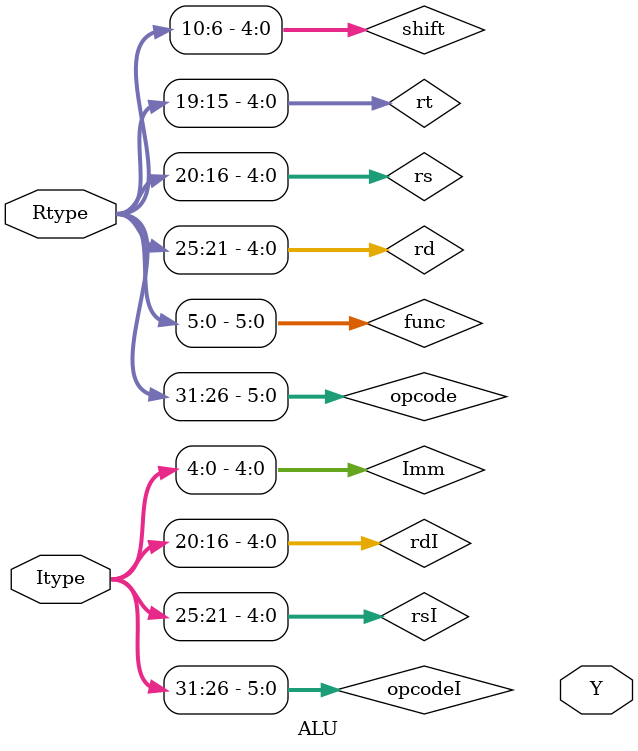
<source format=v>
module ALU(Rtype,Itype,Y);
   
    input [31:0] Rtype;
    input [31:0] Itype;
    //input [3:0] Ctrl;
    output [31:0] Y;
    reg [31:0] Y;
    wire [5:0] opcode,opcodeI,func;
    reg [4:0] rd,rs,rt,shift,rsI,rdI,Imm;
      
    assign opcode = Rtype[31:26];
    assign opcodeI = Itype[31:26];
    
    assign func = Rtype[5:0];
    assign rd = Rtype[25:21];
    assign rs = Rtype[20:16];
    assign rt = Rtype[15:21];
    assign shift = Rtype[10:6];
    
    assign rsI = Itype[25:21];
    assign rdI = Itype[20:16];
    assign Imm = Itype[15:0];
    
    
    always@*
        begin
            case(opcode)
                6'b000000: rd <= rs&rt;   //AND Operation.
                6'b000001: rd <= rs|rt;   //OR Operation.
                6'b000010: rd <= ~rs;      //NOT Operation.
                6'b000011: rd <= rs*rt;   //Multiplication.
                6'b000100: rd <= rs/rt;   //Division.
                6'b000101: rd <= rs>>shift;  //Right Shift Operation.
                6'b000110: rd <= rs<<shift;  //Left Shift Operation
                //6'b001010: rdI <= rs + Imm; //Addition with R-type and I-type ISA.
                //6'b001011: rdI <= rs - Imm; //Subtraction with R-type and I-type ISA.             
            endcase
        end
    
endmodule

</source>
